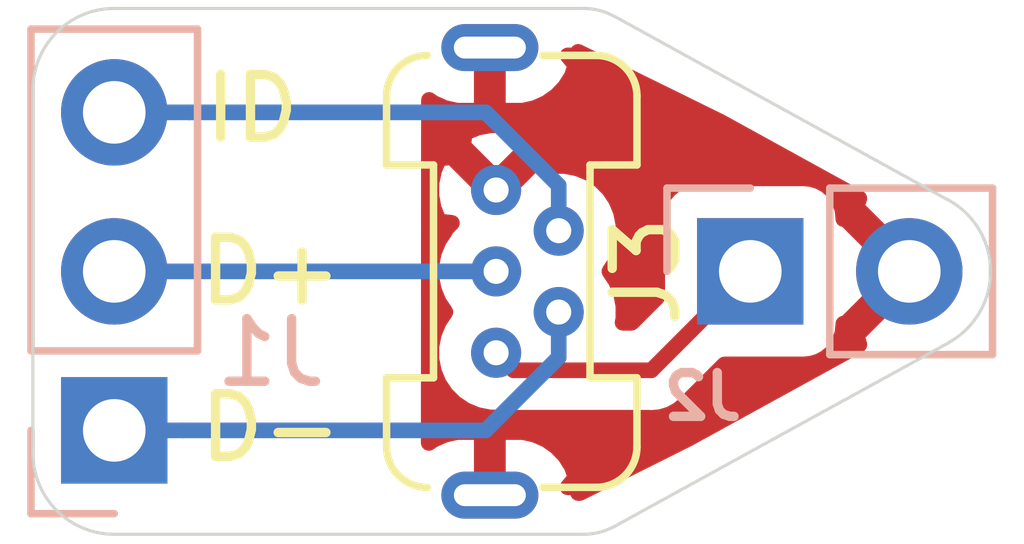
<source format=kicad_pcb>
(kicad_pcb (version 20171130) (host pcbnew 5.1.4+dfsg1-1)

  (general
    (thickness 1.6)
    (drawings 14)
    (tracks 12)
    (zones 0)
    (modules 3)
    (nets 6)
  )

  (page A4)
  (layers
    (0 F.Cu signal)
    (31 B.Cu signal)
    (32 B.Adhes user)
    (33 F.Adhes user)
    (34 B.Paste user)
    (35 F.Paste user)
    (36 B.SilkS user)
    (37 F.SilkS user)
    (38 B.Mask user)
    (39 F.Mask user)
    (40 Dwgs.User user)
    (41 Cmts.User user)
    (42 Eco1.User user)
    (43 Eco2.User user)
    (44 Edge.Cuts user)
    (45 Margin user)
    (46 B.CrtYd user hide)
    (47 F.CrtYd user)
    (48 B.Fab user hide)
    (49 F.Fab user)
  )

  (setup
    (last_trace_width 0.25)
    (trace_clearance 0.2)
    (zone_clearance 0.508)
    (zone_45_only no)
    (trace_min 0.2)
    (via_size 0.8)
    (via_drill 0.4)
    (via_min_size 0.4)
    (via_min_drill 0.3)
    (uvia_size 0.3)
    (uvia_drill 0.1)
    (uvias_allowed no)
    (uvia_min_size 0.2)
    (uvia_min_drill 0.1)
    (edge_width 0.05)
    (segment_width 0.2)
    (pcb_text_width 0.3)
    (pcb_text_size 1.5 1.5)
    (mod_edge_width 0.12)
    (mod_text_size 1 1)
    (mod_text_width 0.15)
    (pad_size 1.7 1.7)
    (pad_drill 1)
    (pad_to_mask_clearance 0.051)
    (solder_mask_min_width 0.25)
    (aux_axis_origin 0 0)
    (visible_elements FFFFFF7F)
    (pcbplotparams
      (layerselection 0x010f0_ffffffff)
      (usegerberextensions false)
      (usegerberattributes false)
      (usegerberadvancedattributes false)
      (creategerberjobfile false)
      (excludeedgelayer true)
      (linewidth 0.100000)
      (plotframeref false)
      (viasonmask false)
      (mode 1)
      (useauxorigin false)
      (hpglpennumber 1)
      (hpglpenspeed 20)
      (hpglpendiameter 15.000000)
      (psnegative false)
      (psa4output false)
      (plotreference true)
      (plotvalue false)
      (plotinvisibletext false)
      (padsonsilk false)
      (subtractmaskfromsilk false)
      (outputformat 1)
      (mirror false)
      (drillshape 0)
      (scaleselection 1)
      (outputdirectory "USB-Bu-int-Gerbs/"))
  )

  (net 0 "")
  (net 1 "Net-(J1-Pad3)")
  (net 2 "Net-(J1-Pad2)")
  (net 3 "Net-(J1-Pad1)")
  (net 4 "Net-(J2-Pad2)")
  (net 5 "Net-(J2-Pad1)")

  (net_class Default "This is the default net class."
    (clearance 0.2)
    (trace_width 0.25)
    (via_dia 0.8)
    (via_drill 0.4)
    (uvia_dia 0.3)
    (uvia_drill 0.1)
    (add_net "Net-(J1-Pad1)")
    (add_net "Net-(J1-Pad2)")
    (add_net "Net-(J1-Pad3)")
    (add_net "Net-(J2-Pad1)")
    (add_net "Net-(J2-Pad2)")
  )

  (module nFootprints:USB-B-micro-Vert (layer F.Cu) (tedit 5F14451F) (tstamp 5F1460CB)
    (at 106.35 100 90)
    (path /5F21C8F9)
    (fp_text reference J3 (at 0 2.15 270) (layer F.SilkS)
      (effects (font (size 1 1) (thickness 0.15)))
    )
    (fp_text value USB_B_Micro (at 0 -3.6 90) (layer F.Fab) hide
      (effects (font (size 1 1) (thickness 0.15)))
    )
    (fp_arc (start 2.8 1.35) (end 2.8 2) (angle -90) (layer F.SilkS) (width 0.12))
    (fp_arc (start -2.8 1.35) (end -2.8 2) (angle 90) (layer F.SilkS) (width 0.12))
    (fp_arc (start 2.8 -1.35) (end 3.45 -1.35) (angle -90) (layer F.SilkS) (width 0.12))
    (fp_arc (start -2.8 -1.35) (end -2.8 -2) (angle -90) (layer F.SilkS) (width 0.12))
    (fp_line (start 2.8 -2) (end 1.7 -2) (layer F.SilkS) (width 0.12))
    (fp_line (start 3.45 1.35) (end 3.45 0.5) (layer F.SilkS) (width 0.12))
    (fp_line (start 1.7 2) (end 2.8 2) (layer F.SilkS) (width 0.12))
    (fp_line (start 1.7 1.25) (end 1.7 2) (layer F.SilkS) (width 0.12))
    (fp_line (start -1.7 1.25) (end 1.7 1.25) (layer F.SilkS) (width 0.12))
    (fp_line (start -1.7 2) (end -1.7 1.25) (layer F.SilkS) (width 0.12))
    (fp_line (start -2.8 2) (end -1.7 2) (layer F.SilkS) (width 0.12))
    (fp_line (start -3.45 0.5) (end -3.45 1.35) (layer F.SilkS) (width 0.12))
    (fp_line (start -1.7 -2) (end -2.8 -2) (layer F.SilkS) (width 0.12))
    (fp_line (start -1.7 -1.25) (end -1.7 -2) (layer F.SilkS) (width 0.12))
    (fp_line (start 1.7 -1.25) (end -1.7 -1.25) (layer F.SilkS) (width 0.12))
    (fp_line (start 1.7 -2) (end 1.7 -1.25) (layer F.SilkS) (width 0.12))
    (pad 6 thru_hole oval (at 3.575 -0.35 90) (size 0.75 1.55) (drill oval 0.35 1.15) (layers *.Cu *.Mask)
      (net 4 "Net-(J2-Pad2)"))
    (pad 6 thru_hole oval (at -3.575 -0.35 90) (size 0.75 1.55) (drill oval 0.35 1.15) (layers *.Cu *.Mask)
      (net 4 "Net-(J2-Pad2)"))
    (pad 5 thru_hole circle (at 1.3 -0.25 90) (size 0.8 0.8) (drill 0.4) (layers *.Cu *.Mask)
      (net 4 "Net-(J2-Pad2)"))
    (pad 4 thru_hole circle (at 0.65 0.75 90) (size 0.8 0.8) (drill 0.4) (layers *.Cu *.Mask)
      (net 1 "Net-(J1-Pad3)"))
    (pad 3 thru_hole circle (at 0 -0.25 90) (size 0.8 0.8) (drill 0.4) (layers *.Cu *.Mask)
      (net 2 "Net-(J1-Pad2)"))
    (pad 2 thru_hole circle (at -0.65 0.75 90) (size 0.8 0.8) (drill 0.4) (layers *.Cu *.Mask)
      (net 3 "Net-(J1-Pad1)"))
    (pad 1 thru_hole circle (at -1.3 -0.25 90) (size 0.8 0.8) (drill 0.4) (layers *.Cu *.Mask)
      (net 5 "Net-(J2-Pad1)"))
  )

  (module Connector_PinHeader_2.54mm:PinHeader_1x02_P2.54mm_Vertical (layer B.Cu) (tedit 5F14678F) (tstamp 5F14EA64)
    (at 110.16 100 270)
    (descr "Through hole straight pin header, 1x02, 2.54mm pitch, single row")
    (tags "Through hole pin header THT 1x02 2.54mm single row")
    (path /5F21B2BB)
    (fp_text reference J2 (at 2 0.76 180) (layer B.SilkS)
      (effects (font (size 0.7 0.7) (thickness 0.15)) (justify mirror))
    )
    (fp_text value Conn_01x02_Male (at 0 -4.87 270) (layer B.Fab) hide
      (effects (font (size 1 1) (thickness 0.15)) (justify mirror))
    )
    (fp_text user %R (at 0 -1.27) (layer B.Fab) hide
      (effects (font (size 1 1) (thickness 0.15)) (justify mirror))
    )
    (fp_line (start 1.8 1.8) (end -1.8 1.8) (layer B.CrtYd) (width 0.05))
    (fp_line (start 1.8 -4.35) (end 1.8 1.8) (layer B.CrtYd) (width 0.05))
    (fp_line (start -1.8 -4.35) (end 1.8 -4.35) (layer B.CrtYd) (width 0.05))
    (fp_line (start -1.8 1.8) (end -1.8 -4.35) (layer B.CrtYd) (width 0.05))
    (fp_line (start -1.33 1.33) (end 0 1.33) (layer B.SilkS) (width 0.12))
    (fp_line (start -1.33 0) (end -1.33 1.33) (layer B.SilkS) (width 0.12))
    (fp_line (start -1.33 -1.27) (end 1.33 -1.27) (layer B.SilkS) (width 0.12))
    (fp_line (start 1.33 -1.27) (end 1.33 -3.87) (layer B.SilkS) (width 0.12))
    (fp_line (start -1.33 -1.27) (end -1.33 -3.87) (layer B.SilkS) (width 0.12))
    (fp_line (start -1.33 -3.87) (end 1.33 -3.87) (layer B.SilkS) (width 0.12))
    (fp_line (start -1.27 0.635) (end -0.635 1.27) (layer B.Fab) (width 0.1))
    (fp_line (start -1.27 -3.81) (end -1.27 0.635) (layer B.Fab) (width 0.1))
    (fp_line (start 1.27 -3.81) (end -1.27 -3.81) (layer B.Fab) (width 0.1))
    (fp_line (start 1.27 1.27) (end 1.27 -3.81) (layer B.Fab) (width 0.1))
    (fp_line (start -0.635 1.27) (end 1.27 1.27) (layer B.Fab) (width 0.1))
    (pad 2 thru_hole oval (at 0 -2.54 225) (size 1.7 1.7) (drill 1) (layers *.Cu *.Mask)
      (net 4 "Net-(J2-Pad2)"))
    (pad 1 thru_hole rect (at 0 0 270) (size 1.7 1.7) (drill 1) (layers *.Cu *.Mask)
      (net 5 "Net-(J2-Pad1)"))
    (model ${KISYS3DMOD}/Connector_PinHeader_2.54mm.3dshapes/PinHeader_1x02_P2.54mm_Vertical.wrl
      (at (xyz 0 0 0))
      (scale (xyz 1 1 1))
      (rotate (xyz 0 0 0))
    )
  )

  (module Connector_PinHeader_2.54mm:PinHeader_1x03_P2.54mm_Vertical (layer B.Cu) (tedit 59FED5CC) (tstamp 5F14E05E)
    (at 100 102.54)
    (descr "Through hole straight pin header, 1x03, 2.54mm pitch, single row")
    (tags "Through hole pin header THT 1x03 2.54mm single row")
    (path /5F21ACAE)
    (fp_text reference J1 (at 2.5 -1.24) (layer B.SilkS)
      (effects (font (size 1 1) (thickness 0.15)) (justify mirror))
    )
    (fp_text value Conn_01x03_Male (at 0 -7.41) (layer B.Fab) hide
      (effects (font (size 1 1) (thickness 0.15)) (justify mirror))
    )
    (fp_text user %R (at 0 -2.54 270) (layer B.Fab)
      (effects (font (size 1 1) (thickness 0.15)) (justify mirror))
    )
    (fp_line (start 1.8 1.8) (end -1.8 1.8) (layer B.CrtYd) (width 0.05))
    (fp_line (start 1.8 -6.85) (end 1.8 1.8) (layer B.CrtYd) (width 0.05))
    (fp_line (start -1.8 -6.85) (end 1.8 -6.85) (layer B.CrtYd) (width 0.05))
    (fp_line (start -1.8 1.8) (end -1.8 -6.85) (layer B.CrtYd) (width 0.05))
    (fp_line (start -1.33 1.33) (end 0 1.33) (layer B.SilkS) (width 0.12))
    (fp_line (start -1.33 0) (end -1.33 1.33) (layer B.SilkS) (width 0.12))
    (fp_line (start -1.33 -1.27) (end 1.33 -1.27) (layer B.SilkS) (width 0.12))
    (fp_line (start 1.33 -1.27) (end 1.33 -6.41) (layer B.SilkS) (width 0.12))
    (fp_line (start -1.33 -1.27) (end -1.33 -6.41) (layer B.SilkS) (width 0.12))
    (fp_line (start -1.33 -6.41) (end 1.33 -6.41) (layer B.SilkS) (width 0.12))
    (fp_line (start -1.27 0.635) (end -0.635 1.27) (layer B.Fab) (width 0.1))
    (fp_line (start -1.27 -6.35) (end -1.27 0.635) (layer B.Fab) (width 0.1))
    (fp_line (start 1.27 -6.35) (end -1.27 -6.35) (layer B.Fab) (width 0.1))
    (fp_line (start 1.27 1.27) (end 1.27 -6.35) (layer B.Fab) (width 0.1))
    (fp_line (start -0.635 1.27) (end 1.27 1.27) (layer B.Fab) (width 0.1))
    (pad 3 thru_hole oval (at 0 -5.08) (size 1.7 1.7) (drill 1) (layers *.Cu *.Mask)
      (net 1 "Net-(J1-Pad3)"))
    (pad 2 thru_hole oval (at 0 -2.54) (size 1.7 1.7) (drill 1) (layers *.Cu *.Mask)
      (net 2 "Net-(J1-Pad2)"))
    (pad 1 thru_hole rect (at 0 0) (size 1.7 1.7) (drill 1) (layers *.Cu *.Mask)
      (net 3 "Net-(J1-Pad1)"))
    (model ${KISYS3DMOD}/Connector_PinHeader_2.54mm.3dshapes/PinHeader_1x03_P2.54mm_Vertical.wrl
      (at (xyz 0 0 0))
      (scale (xyz 1 1 1))
      (rotate (xyz 0 0 0))
    )
  )

  (gr_text ID (at 102.2 97.4) (layer F.SilkS)
    (effects (font (size 1 1) (thickness 0.15)))
  )
  (gr_text D+ (at 102.5 100) (layer F.SilkS)
    (effects (font (size 1 1) (thickness 0.15)))
  )
  (gr_text D- (at 102.5 102.5) (layer F.SilkS)
    (effects (font (size 1 1) (thickness 0.15)))
  )
  (gr_arc (start 112.7 100) (end 114 100) (angle -61.46001481) (layer Edge.Cuts) (width 0.05))
  (gr_arc (start 107.5 103.2) (end 107.5 104.2) (angle -28.61045967) (layer Edge.Cuts) (width 0.05))
  (gr_arc (start 107.5 96.8) (end 107.5 95.8) (angle 28.61045967) (layer Edge.Cuts) (width 0.05))
  (gr_line (start 107.98 95.92) (end 113.32 98.86) (layer Edge.Cuts) (width 0.05))
  (gr_line (start 107.98 104.08) (end 113.33 101.14) (layer Edge.Cuts) (width 0.05))
  (gr_arc (start 112.7 100) (end 114 100) (angle 61.07357416) (layer Edge.Cuts) (width 0.05))
  (gr_arc (start 100 102.9) (end 98.7 102.9) (angle -90) (layer Edge.Cuts) (width 0.05))
  (gr_arc (start 100 97.1) (end 100 95.8) (angle -90) (layer Edge.Cuts) (width 0.05))
  (gr_line (start 107.5 95.8) (end 100 95.8) (layer Edge.Cuts) (width 0.05))
  (gr_line (start 107.5 104.2) (end 100 104.2) (layer Edge.Cuts) (width 0.05))
  (gr_line (start 98.7 97.1) (end 98.7 102.9) (layer Edge.Cuts) (width 0.05))

  (segment (start 101.202081 97.46) (end 100 97.46) (width 0.25) (layer B.Cu) (net 1))
  (segment (start 107.1 98.626998) (end 105.933002 97.46) (width 0.25) (layer B.Cu) (net 1))
  (segment (start 105.933002 97.46) (end 101.202081 97.46) (width 0.25) (layer B.Cu) (net 1))
  (segment (start 107.1 99.35) (end 107.1 98.626998) (width 0.25) (layer B.Cu) (net 1))
  (segment (start 100 100) (end 106.1 100) (width 0.25) (layer B.Cu) (net 2))
  (segment (start 101.1 102.54) (end 100 102.54) (width 0.25) (layer B.Cu) (net 3))
  (segment (start 107.1 101.373002) (end 105.933002 102.54) (width 0.25) (layer B.Cu) (net 3))
  (segment (start 105.933002 102.54) (end 101.1 102.54) (width 0.25) (layer B.Cu) (net 3))
  (segment (start 107.1 100.65) (end 107.1 101.373002) (width 0.25) (layer B.Cu) (net 3))
  (segment (start 108.58 101.58) (end 110.16 100) (width 0.25) (layer F.Cu) (net 5))
  (segment (start 106.1 101.3) (end 106.38 101.58) (width 0.25) (layer F.Cu) (net 5))
  (segment (start 106.38 101.58) (end 108.58 101.58) (width 0.25) (layer F.Cu) (net 5))

  (zone (net 4) (net_name "Net-(J2-Pad2)") (layer F.Cu) (tstamp 5F147105) (hatch edge 0.508)
    (connect_pads (clearance 0.508))
    (min_thickness 0.254)
    (fill yes (arc_segments 32) (thermal_gap 0.508) (thermal_bridge_width 0.508))
    (polygon
      (pts
        (xy 107.1 96.2) (xy 104.902263 96.2) (xy 104.897738 103.8) (xy 107.2 103.8) (xy 113 100.9)
        (xy 113 99.1)
      )
    )
    (filled_polygon
      (pts
        (xy 106.147 96.552) (xy 106.127 96.552) (xy 106.127 97.435) (xy 106.527 97.435) (xy 106.721601 97.390817)
        (xy 106.903843 97.309518) (xy 107.066723 97.194227) (xy 107.203981 97.049375) (xy 107.310342 96.880529) (xy 107.369781 96.707181)
        (xy 107.241725 96.552002) (xy 107.41 96.552002) (xy 107.41 96.493885) (xy 109.684664 97.611941) (xy 111.900773 98.832046)
        (xy 111.855846 98.976241) (xy 112.7 99.820395) (xy 112.714143 99.806253) (xy 112.873 99.96511) (xy 112.873 100.03489)
        (xy 112.714143 100.193748) (xy 112.7 100.179605) (xy 111.856312 101.023293) (xy 111.902146 101.171563) (xy 109.169121 102.67345)
        (xy 107.43602 103.54) (xy 107.41 103.54) (xy 107.41 103.447998) (xy 107.241725 103.447998) (xy 107.369781 103.292819)
        (xy 107.310342 103.119471) (xy 107.203981 102.950625) (xy 107.066723 102.805773) (xy 106.903843 102.690482) (xy 106.721601 102.609183)
        (xy 106.527 102.565) (xy 106.127 102.565) (xy 106.127 103.448) (xy 106.147 103.448) (xy 106.147 103.54)
        (xy 105.853 103.54) (xy 105.853 103.448) (xy 105.873 103.448) (xy 105.873 102.565) (xy 105.473 102.565)
        (xy 105.278399 102.609183) (xy 105.096157 102.690482) (xy 105.025369 102.740588) (xy 105.027723 98.786377) (xy 105.063587 98.786377)
        (xy 105.100353 98.986912) (xy 105.175534 99.17642) (xy 105.190264 99.203981) (xy 105.393556 99.226836) (xy 105.275234 99.345158)
        (xy 105.285745 99.355669) (xy 105.182795 99.509744) (xy 105.104774 99.698102) (xy 105.065 99.898061) (xy 105.065 100.101939)
        (xy 105.104774 100.301898) (xy 105.182795 100.490256) (xy 105.289532 100.65) (xy 105.182795 100.809744) (xy 105.104774 100.998102)
        (xy 105.065 101.198061) (xy 105.065 101.401939) (xy 105.104774 101.601898) (xy 105.182795 101.790256) (xy 105.296063 101.959774)
        (xy 105.440226 102.103937) (xy 105.609744 102.217205) (xy 105.798102 102.295226) (xy 105.998061 102.335) (xy 106.201939 102.335)
        (xy 106.231732 102.329074) (xy 106.342667 102.34) (xy 106.342675 102.34) (xy 106.38 102.343676) (xy 106.417325 102.34)
        (xy 108.542678 102.34) (xy 108.58 102.343676) (xy 108.617322 102.34) (xy 108.617333 102.34) (xy 108.728986 102.329003)
        (xy 108.872247 102.285546) (xy 109.004276 102.214974) (xy 109.120001 102.120001) (xy 109.143803 102.090998) (xy 109.74673 101.488072)
        (xy 111.01 101.488072) (xy 111.134482 101.475812) (xy 111.25418 101.439502) (xy 111.364494 101.380537) (xy 111.461185 101.301185)
        (xy 111.540537 101.204494) (xy 111.599502 101.09418) (xy 111.635812 100.974482) (xy 111.648072 100.85) (xy 111.648072 100.834836)
        (xy 111.676707 100.843688) (xy 112.520395 100) (xy 111.676241 99.155846) (xy 111.648072 99.164623) (xy 111.648072 99.15)
        (xy 111.635812 99.025518) (xy 111.599502 98.90582) (xy 111.540537 98.795506) (xy 111.461185 98.698815) (xy 111.364494 98.619463)
        (xy 111.25418 98.560498) (xy 111.134482 98.524188) (xy 111.01 98.511928) (xy 109.31 98.511928) (xy 109.185518 98.524188)
        (xy 109.06582 98.560498) (xy 108.955506 98.619463) (xy 108.858815 98.698815) (xy 108.779463 98.795506) (xy 108.720498 98.90582)
        (xy 108.684188 99.025518) (xy 108.671928 99.15) (xy 108.671928 100.41327) (xy 108.265199 100.82) (xy 108.121462 100.82)
        (xy 108.135 100.751939) (xy 108.135 100.548061) (xy 108.095226 100.348102) (xy 108.017205 100.159744) (xy 107.910468 100)
        (xy 108.017205 99.840256) (xy 108.095226 99.651898) (xy 108.135 99.451939) (xy 108.135 99.248061) (xy 108.095226 99.048102)
        (xy 108.017205 98.859744) (xy 107.903937 98.690226) (xy 107.759774 98.546063) (xy 107.590256 98.432795) (xy 107.401898 98.354774)
        (xy 107.201939 98.315) (xy 107.060734 98.315) (xy 107.024466 98.22358) (xy 107.009736 98.196019) (xy 106.806441 98.173164)
        (xy 106.279605 98.7) (xy 106.285556 98.705951) (xy 106.252566 98.755324) (xy 106.114143 98.893748) (xy 106.1 98.879605)
        (xy 106.085858 98.893748) (xy 105.906253 98.714143) (xy 105.920395 98.7) (xy 105.393559 98.173164) (xy 105.190264 98.196019)
        (xy 105.109423 98.383184) (xy 105.066649 98.582523) (xy 105.063587 98.786377) (xy 105.027723 98.786377) (xy 105.028195 97.993559)
        (xy 105.573164 97.993559) (xy 106.1 98.520395) (xy 106.626836 97.993559) (xy 106.603981 97.790264) (xy 106.416816 97.709423)
        (xy 106.217477 97.666649) (xy 106.013623 97.663587) (xy 105.813088 97.700353) (xy 105.62358 97.775534) (xy 105.596019 97.790264)
        (xy 105.573164 97.993559) (xy 105.028195 97.993559) (xy 105.028631 97.261721) (xy 105.096157 97.309518) (xy 105.278399 97.390817)
        (xy 105.473 97.435) (xy 105.873 97.435) (xy 105.873 96.552) (xy 105.853 96.552) (xy 105.853 96.46)
        (xy 106.147 96.46)
      )
    )
  )
)

</source>
